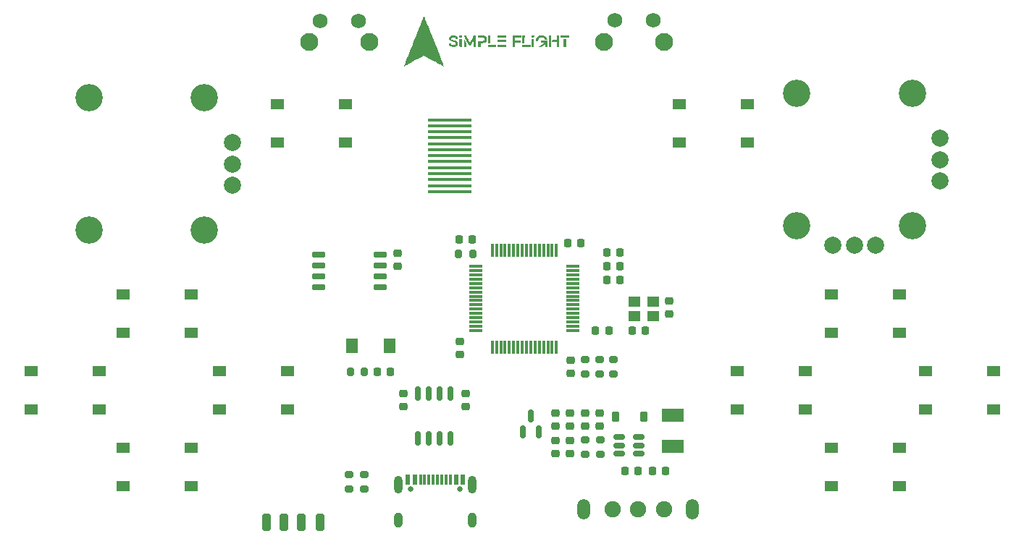
<source format=gbr>
%TF.GenerationSoftware,KiCad,Pcbnew,7.0.5*%
%TF.CreationDate,2023-11-02T21:43:45+08:00*%
%TF.ProjectId,___,65a7682e-6b69-4636-9164-5f7063625858,rev?*%
%TF.SameCoordinates,Original*%
%TF.FileFunction,Soldermask,Top*%
%TF.FilePolarity,Negative*%
%FSLAX46Y46*%
G04 Gerber Fmt 4.6, Leading zero omitted, Abs format (unit mm)*
G04 Created by KiCad (PCBNEW 7.0.5) date 2023-11-02 21:43:45*
%MOMM*%
%LPD*%
G01*
G04 APERTURE LIST*
G04 Aperture macros list*
%AMRoundRect*
0 Rectangle with rounded corners*
0 $1 Rounding radius*
0 $2 $3 $4 $5 $6 $7 $8 $9 X,Y pos of 4 corners*
0 Add a 4 corners polygon primitive as box body*
4,1,4,$2,$3,$4,$5,$6,$7,$8,$9,$2,$3,0*
0 Add four circle primitives for the rounded corners*
1,1,$1+$1,$2,$3*
1,1,$1+$1,$4,$5*
1,1,$1+$1,$6,$7*
1,1,$1+$1,$8,$9*
0 Add four rect primitives between the rounded corners*
20,1,$1+$1,$2,$3,$4,$5,0*
20,1,$1+$1,$4,$5,$6,$7,0*
20,1,$1+$1,$6,$7,$8,$9,0*
20,1,$1+$1,$8,$9,$2,$3,0*%
G04 Aperture macros list end*
%ADD10RoundRect,0.225000X-0.250000X0.225000X-0.250000X-0.225000X0.250000X-0.225000X0.250000X0.225000X0*%
%ADD11RoundRect,0.150000X-0.650000X-0.150000X0.650000X-0.150000X0.650000X0.150000X-0.650000X0.150000X0*%
%ADD12RoundRect,0.075000X0.700000X0.075000X-0.700000X0.075000X-0.700000X-0.075000X0.700000X-0.075000X0*%
%ADD13RoundRect,0.075000X0.075000X0.700000X-0.075000X0.700000X-0.075000X-0.700000X0.075000X-0.700000X0*%
%ADD14RoundRect,0.150000X-0.512500X-0.150000X0.512500X-0.150000X0.512500X0.150000X-0.512500X0.150000X0*%
%ADD15RoundRect,0.225000X0.225000X0.250000X-0.225000X0.250000X-0.225000X-0.250000X0.225000X-0.250000X0*%
%ADD16RoundRect,0.250000X0.250000X0.750000X-0.250000X0.750000X-0.250000X-0.750000X0.250000X-0.750000X0*%
%ADD17R,1.400000X1.200000*%
%ADD18R,1.550000X1.300000*%
%ADD19C,1.900000*%
%ADD20O,1.500000X2.400000*%
%ADD21RoundRect,0.200000X0.275000X-0.200000X0.275000X0.200000X-0.275000X0.200000X-0.275000X-0.200000X0*%
%ADD22R,2.500000X1.500000*%
%ADD23O,1.000000X1.800000*%
%ADD24O,1.000000X2.100000*%
%ADD25R,0.600000X1.240000*%
%ADD26R,0.300000X1.240000*%
%ADD27C,0.650000*%
%ADD28RoundRect,0.200000X-0.275000X0.200000X-0.275000X-0.200000X0.275000X-0.200000X0.275000X0.200000X0*%
%ADD29RoundRect,0.225000X-0.225000X-0.375000X0.225000X-0.375000X0.225000X0.375000X-0.225000X0.375000X0*%
%ADD30RoundRect,0.150000X0.150000X-0.675000X0.150000X0.675000X-0.150000X0.675000X-0.150000X-0.675000X0*%
%ADD31RoundRect,0.225000X0.250000X-0.225000X0.250000X0.225000X-0.250000X0.225000X-0.250000X-0.225000X0*%
%ADD32RoundRect,0.225000X-0.225000X-0.250000X0.225000X-0.250000X0.225000X0.250000X-0.225000X0.250000X0*%
%ADD33R,1.350000X1.800000*%
%ADD34C,1.750000*%
%ADD35C,2.100000*%
%ADD36RoundRect,0.200000X0.200000X0.275000X-0.200000X0.275000X-0.200000X-0.275000X0.200000X-0.275000X0*%
%ADD37RoundRect,0.218750X0.218750X0.256250X-0.218750X0.256250X-0.218750X-0.256250X0.218750X-0.256250X0*%
%ADD38RoundRect,0.150000X0.150000X-0.587500X0.150000X0.587500X-0.150000X0.587500X-0.150000X-0.587500X0*%
%ADD39R,5.055000X0.350000*%
%ADD40C,2.000000*%
%ADD41C,3.200000*%
%ADD42RoundRect,0.200000X-0.200000X-0.275000X0.200000X-0.275000X0.200000X0.275000X-0.200000X0.275000X0*%
G04 APERTURE END LIST*
%TO.C,G\u002A\u002A\u002A*%
G36*
X144089583Y-68836435D02*
G01*
X144089583Y-68947838D01*
X143950329Y-68947838D01*
X143811075Y-68947838D01*
X143811075Y-68836435D01*
X143811075Y-68725031D01*
X143950329Y-68725031D01*
X144089583Y-68725031D01*
X144089583Y-68836435D01*
G37*
G36*
X147431689Y-69198496D02*
G01*
X147431689Y-69671961D01*
X147292434Y-69671961D01*
X147153180Y-69671961D01*
X147153180Y-69198496D01*
X147153180Y-68725031D01*
X147292434Y-68725031D01*
X147431689Y-68725031D01*
X147431689Y-69198496D01*
G37*
G36*
X148127961Y-69922619D02*
G01*
X148127961Y-70061873D01*
X147640570Y-70061873D01*
X147153180Y-70061873D01*
X147153180Y-69922619D01*
X147153180Y-69783365D01*
X147640570Y-69783365D01*
X148127961Y-69783365D01*
X148127961Y-69922619D01*
G37*
G36*
X149241996Y-68850360D02*
G01*
X149241996Y-68975689D01*
X148754605Y-68975689D01*
X148267215Y-68975689D01*
X148267215Y-68850360D01*
X148267215Y-68725031D01*
X148754605Y-68725031D01*
X149241996Y-68725031D01*
X149241996Y-68850360D01*
G37*
G36*
X149241996Y-69379527D02*
G01*
X149241996Y-69504856D01*
X148754605Y-69504856D01*
X148267215Y-69504856D01*
X148267215Y-69379527D01*
X148267215Y-69254198D01*
X148754605Y-69254198D01*
X149241996Y-69254198D01*
X149241996Y-69379527D01*
G37*
G36*
X149241996Y-69922619D02*
G01*
X149241996Y-70061873D01*
X148754605Y-70061873D01*
X148267215Y-70061873D01*
X148267215Y-69922619D01*
X148267215Y-69783365D01*
X148754605Y-69783365D01*
X149241996Y-69783365D01*
X149241996Y-69922619D01*
G37*
G36*
X151435926Y-69191533D02*
G01*
X151428290Y-69658036D01*
X151295998Y-69666524D01*
X151163706Y-69675013D01*
X151163706Y-69200022D01*
X151163706Y-68725031D01*
X151303634Y-68725031D01*
X151443562Y-68725031D01*
X151435926Y-69191533D01*
G37*
G36*
X151644134Y-69789670D02*
G01*
X152124562Y-69797290D01*
X152133050Y-69929582D01*
X152141539Y-70061873D01*
X151652623Y-70061873D01*
X151163706Y-70061873D01*
X151163706Y-69921961D01*
X151163706Y-69782049D01*
X151644134Y-69789670D01*
G37*
G36*
X152528399Y-69588408D02*
G01*
X152528399Y-70061873D01*
X152403070Y-70061873D01*
X152277741Y-70061873D01*
X152277741Y-69588408D01*
X152277741Y-69114943D01*
X152403070Y-69114943D01*
X152528399Y-69114943D01*
X152528399Y-69588408D01*
G37*
G36*
X154561513Y-69393452D02*
G01*
X154561513Y-70061873D01*
X154422259Y-70061873D01*
X154283004Y-70061873D01*
X154283004Y-69393452D01*
X154283004Y-68725031D01*
X154422259Y-68725031D01*
X154561513Y-68725031D01*
X154561513Y-69393452D01*
G37*
G36*
X156281995Y-69595371D02*
G01*
X156274342Y-70047948D01*
X156142051Y-70056437D01*
X156009759Y-70064925D01*
X156009759Y-69603860D01*
X156009759Y-69142794D01*
X156149703Y-69142794D01*
X156289647Y-69142794D01*
X156281995Y-69595371D01*
G37*
G36*
X156678180Y-68850360D02*
G01*
X156678180Y-68975689D01*
X156149013Y-68975689D01*
X155619847Y-68975689D01*
X155619847Y-68850360D01*
X155619847Y-68725031D01*
X156149013Y-68725031D01*
X156678180Y-68725031D01*
X156678180Y-68850360D01*
G37*
G36*
X152549955Y-68829472D02*
G01*
X152541028Y-68892816D01*
X152519657Y-68924606D01*
X152469896Y-68937602D01*
X152408825Y-68942401D01*
X152277741Y-68950890D01*
X152277741Y-68837961D01*
X152277741Y-68725031D01*
X152418871Y-68725031D01*
X152560001Y-68725031D01*
X152549955Y-68829472D01*
G37*
G36*
X144089583Y-69588408D02*
G01*
X144089583Y-70061873D01*
X143968896Y-70061873D01*
X143890743Y-70057923D01*
X143838284Y-70048006D01*
X143829642Y-70043306D01*
X143823407Y-70010525D01*
X143818063Y-69931778D01*
X143813992Y-69816801D01*
X143811577Y-69675327D01*
X143811075Y-69569841D01*
X143811075Y-69114943D01*
X143950329Y-69114943D01*
X144089583Y-69114943D01*
X144089583Y-69588408D01*
G37*
G36*
X155480592Y-69393452D02*
G01*
X155480592Y-70061873D01*
X155355263Y-70061873D01*
X155229934Y-70061873D01*
X155229934Y-69769439D01*
X155229934Y-69477005D01*
X154935899Y-69477005D01*
X154641863Y-69477005D01*
X154650427Y-69358639D01*
X154658991Y-69240272D01*
X154944463Y-69232335D01*
X155229934Y-69224398D01*
X155229934Y-68974715D01*
X155229934Y-68725031D01*
X155355263Y-68725031D01*
X155480592Y-68725031D01*
X155480592Y-69393452D01*
G37*
G36*
X144371525Y-69110237D02*
G01*
X144407331Y-69172179D01*
X144454934Y-69261678D01*
X144479185Y-69309281D01*
X144531763Y-69417023D01*
X144564583Y-69499149D01*
X144582285Y-69575906D01*
X144589510Y-69667542D01*
X144590899Y-69794304D01*
X144590899Y-69796672D01*
X144590899Y-70061873D01*
X144465570Y-70061873D01*
X144340241Y-70061873D01*
X144340241Y-69574483D01*
X144340978Y-69416706D01*
X144343021Y-69280220D01*
X144346123Y-69173938D01*
X144350033Y-69106773D01*
X144353856Y-69087093D01*
X144371525Y-69110237D01*
G37*
G36*
X151024452Y-68850360D02*
G01*
X151024452Y-68975689D01*
X150662390Y-68975689D01*
X150300329Y-68975689D01*
X150300329Y-69128869D01*
X150300329Y-69282049D01*
X150620614Y-69282049D01*
X150940899Y-69282049D01*
X150940899Y-69407378D01*
X150940899Y-69532707D01*
X150620614Y-69532707D01*
X150300329Y-69532707D01*
X150300329Y-69797290D01*
X150300329Y-70061873D01*
X150179642Y-70061873D01*
X150101488Y-70057923D01*
X150049030Y-70048006D01*
X150040388Y-70043306D01*
X150035127Y-70011316D01*
X150030444Y-69931641D01*
X150026563Y-69812296D01*
X150023706Y-69661298D01*
X150022096Y-69486662D01*
X150021820Y-69374885D01*
X150021820Y-68725031D01*
X150523136Y-68725031D01*
X151024452Y-68725031D01*
X151024452Y-68850360D01*
G37*
G36*
X154088048Y-69699812D02*
G01*
X154088048Y-70061873D01*
X153964109Y-70061873D01*
X153840170Y-70061873D01*
X153831818Y-69907880D01*
X153823465Y-69753886D01*
X153610167Y-69907880D01*
X153507702Y-69980299D01*
X153433892Y-70025546D01*
X153372914Y-70049982D01*
X153308946Y-70059970D01*
X153227217Y-70061873D01*
X153138531Y-70058759D01*
X153077518Y-70050654D01*
X153058602Y-70040985D01*
X153080518Y-70018360D01*
X153140134Y-69970131D01*
X153229406Y-69902476D01*
X153340292Y-69821578D01*
X153393876Y-69783365D01*
X153728113Y-69546632D01*
X153546019Y-69538397D01*
X153363926Y-69530162D01*
X153363926Y-69433956D01*
X153363926Y-69337750D01*
X153725987Y-69337750D01*
X154088048Y-69337750D01*
X154088048Y-69699812D01*
G37*
G36*
X153639161Y-68733984D02*
G01*
X153792619Y-68784739D01*
X153917327Y-68873264D01*
X153940502Y-68896769D01*
X153988068Y-68960121D01*
X154031121Y-69037483D01*
X154062010Y-69111848D01*
X154073086Y-69166212D01*
X154068377Y-69181033D01*
X154031961Y-69191834D01*
X153961623Y-69197967D01*
X153932123Y-69198496D01*
X153848808Y-69191673D01*
X153794455Y-69162902D01*
X153751594Y-69111792D01*
X153652018Y-69016894D01*
X153525073Y-68962571D01*
X153384520Y-68951834D01*
X153244119Y-68987694D01*
X153225226Y-68996621D01*
X153129591Y-69066417D01*
X153052852Y-69162183D01*
X153008125Y-69265281D01*
X153001864Y-69314018D01*
X152998558Y-69360760D01*
X152979154Y-69384260D01*
X152929421Y-69392495D01*
X152860162Y-69393452D01*
X152718459Y-69393452D01*
X152738170Y-69275086D01*
X152793457Y-69085087D01*
X152888836Y-68933337D01*
X153022874Y-68820962D01*
X153194136Y-68749087D01*
X153401189Y-68718836D01*
X153448367Y-68717877D01*
X153639161Y-68733984D01*
G37*
G36*
X146296765Y-68725338D02*
G01*
X146475769Y-68727675D01*
X146610017Y-68735734D01*
X146710347Y-68751744D01*
X146787596Y-68777936D01*
X146852602Y-68816540D01*
X146891568Y-68847736D01*
X146955357Y-68911213D01*
X146989078Y-68975212D01*
X147005477Y-69065516D01*
X147007086Y-69081412D01*
X147002467Y-69247382D01*
X146957435Y-69389803D01*
X146875592Y-69499580D01*
X146826848Y-69536444D01*
X146743652Y-69575088D01*
X146636215Y-69598937D01*
X146509551Y-69610695D01*
X146292019Y-69623288D01*
X146283948Y-69835618D01*
X146275877Y-70047948D01*
X146143586Y-70056437D01*
X146011294Y-70064925D01*
X146011294Y-69715263D01*
X146011294Y-69365601D01*
X146316569Y-69365601D01*
X146452758Y-69364661D01*
X146544936Y-69360531D01*
X146604782Y-69351243D01*
X146643974Y-69334834D01*
X146674190Y-69309335D01*
X146678630Y-69304648D01*
X146725208Y-69223136D01*
X146734263Y-69132397D01*
X146706153Y-69052344D01*
X146673518Y-69019045D01*
X146627064Y-68997855D01*
X146553680Y-68984371D01*
X146443360Y-68977396D01*
X146311457Y-68975689D01*
X146011294Y-68975689D01*
X146011294Y-68850360D01*
X146011294Y-68725031D01*
X146296765Y-68725338D01*
G37*
G36*
X145760636Y-69393452D02*
G01*
X145760636Y-70061873D01*
X145635307Y-70061873D01*
X145509978Y-70061873D01*
X145509515Y-69637147D01*
X145509052Y-69212422D01*
X145320215Y-69546632D01*
X145244367Y-69679850D01*
X145189168Y-69771960D01*
X145148199Y-69830535D01*
X145115040Y-69863149D01*
X145083274Y-69877376D01*
X145046480Y-69880790D01*
X145036972Y-69880843D01*
X145005717Y-69879774D01*
X144978665Y-69872543D01*
X144951544Y-69853116D01*
X144920083Y-69815457D01*
X144880010Y-69753532D01*
X144827052Y-69661304D01*
X144756938Y-69532739D01*
X144665396Y-69361801D01*
X144652553Y-69337750D01*
X144567335Y-69177803D01*
X144490730Y-69033328D01*
X144426736Y-68911923D01*
X144379352Y-68821185D01*
X144352575Y-68768710D01*
X144348410Y-68759845D01*
X144356945Y-68738002D01*
X144409532Y-68727100D01*
X144476516Y-68725031D01*
X144556935Y-68729012D01*
X144608500Y-68739210D01*
X144618750Y-68747601D01*
X144631177Y-68775786D01*
X144664845Y-68842701D01*
X144714329Y-68938167D01*
X144774209Y-69052008D01*
X144839062Y-69174046D01*
X144903466Y-69294105D01*
X144961999Y-69402006D01*
X145009237Y-69487573D01*
X145039759Y-69540628D01*
X145047471Y-69552279D01*
X145061487Y-69530922D01*
X145097198Y-69468202D01*
X145150251Y-69371994D01*
X145216294Y-69250171D01*
X145274251Y-69142010D01*
X145496053Y-68726094D01*
X145628344Y-68725562D01*
X145760636Y-68725031D01*
X145760636Y-69393452D01*
G37*
G36*
X143284559Y-68732436D02*
G01*
X143402227Y-68767564D01*
X143412705Y-68772687D01*
X143515691Y-68846888D01*
X143595149Y-68944144D01*
X143639033Y-69047864D01*
X143643969Y-69091211D01*
X143639940Y-69140139D01*
X143617782Y-69163280D01*
X143562391Y-69170236D01*
X143519014Y-69170645D01*
X143439616Y-69166836D01*
X143395196Y-69147431D01*
X143365152Y-69100461D01*
X143354016Y-69074808D01*
X143312082Y-69004289D01*
X143247839Y-68963452D01*
X143201506Y-68948686D01*
X143077143Y-68930852D01*
X142973166Y-68945619D01*
X142899310Y-68989314D01*
X142865310Y-69058265D01*
X142864145Y-69075935D01*
X142886134Y-69141001D01*
X142954518Y-69197266D01*
X143072920Y-69247134D01*
X143160920Y-69272769D01*
X143353851Y-69335385D01*
X143495129Y-69410269D01*
X143587991Y-69500199D01*
X143635671Y-69607954D01*
X143643969Y-69687506D01*
X143617636Y-69814272D01*
X143544540Y-69925676D01*
X143433540Y-70009381D01*
X143402469Y-70023884D01*
X143293700Y-70051365D01*
X143155994Y-70061538D01*
X143011052Y-70055130D01*
X142880575Y-70032870D01*
X142800297Y-70003668D01*
X142697480Y-69926316D01*
X142622460Y-69824702D01*
X142587044Y-69715928D01*
X142585740Y-69692849D01*
X142589995Y-69645647D01*
X142612970Y-69623320D01*
X142669724Y-69616629D01*
X142710591Y-69616259D01*
X142789964Y-69620054D01*
X142834386Y-69639471D01*
X142864493Y-69686558D01*
X142875861Y-69712746D01*
X142918681Y-69783429D01*
X142981815Y-69823201D01*
X143077326Y-69837032D01*
X143169954Y-69833936D01*
X143262772Y-69816928D01*
X143324987Y-69775408D01*
X143346036Y-69750145D01*
X143381019Y-69679582D01*
X143370575Y-69618551D01*
X143311921Y-69564024D01*
X143202276Y-69512972D01*
X143096418Y-69478477D01*
X142901811Y-69412916D01*
X142758171Y-69343268D01*
X142660765Y-69265682D01*
X142604860Y-69176305D01*
X142585721Y-69071287D01*
X142585636Y-69062876D01*
X142609814Y-68972043D01*
X142673398Y-68878965D01*
X142762960Y-68799046D01*
X142858574Y-68749772D01*
X142990089Y-68722603D01*
X143139632Y-68717137D01*
X143284559Y-68732436D01*
G37*
G36*
X139673814Y-66480895D02*
G01*
X139706352Y-66549240D01*
X139755535Y-66660571D01*
X139819509Y-66810457D01*
X139896422Y-66994465D01*
X139984419Y-67208165D01*
X140081647Y-67447125D01*
X140186252Y-67706911D01*
X140288768Y-67963917D01*
X140423019Y-68301946D01*
X140570743Y-68673842D01*
X140727042Y-69067280D01*
X140887021Y-69469936D01*
X141045781Y-69869485D01*
X141198426Y-70253602D01*
X141340059Y-70609963D01*
X141459775Y-70911127D01*
X141565297Y-71177099D01*
X141664092Y-71427166D01*
X141754328Y-71656618D01*
X141834172Y-71860744D01*
X141901791Y-72034832D01*
X141955353Y-72174172D01*
X141993025Y-72274051D01*
X142012973Y-72329760D01*
X142015666Y-72340031D01*
X141989363Y-72330945D01*
X141924561Y-72299682D01*
X141831343Y-72251306D01*
X141732317Y-72197775D01*
X141642211Y-72148656D01*
X141510839Y-72077608D01*
X141346103Y-71988877D01*
X141155906Y-71886710D01*
X140948149Y-71775351D01*
X140730736Y-71659048D01*
X140559558Y-71567644D01*
X139661440Y-71088475D01*
X139403747Y-71226361D01*
X139000089Y-71442399D01*
X138641711Y-71634310D01*
X138329157Y-71801801D01*
X138062973Y-71944579D01*
X137843705Y-72062351D01*
X137671898Y-72154825D01*
X137548098Y-72221708D01*
X137472850Y-72262707D01*
X137468037Y-72265361D01*
X137391487Y-72303598D01*
X137338557Y-72322305D01*
X137321820Y-72318977D01*
X137332563Y-72277282D01*
X137358889Y-72210711D01*
X137363527Y-72200373D01*
X137380948Y-72158851D01*
X137417000Y-72070219D01*
X137469812Y-71939157D01*
X137537513Y-71770347D01*
X137618231Y-71568471D01*
X137710095Y-71338208D01*
X137811235Y-71084241D01*
X137919778Y-70811250D01*
X138033854Y-70523916D01*
X138056942Y-70465711D01*
X138188897Y-70133019D01*
X138328984Y-69779852D01*
X138473377Y-69415853D01*
X138618251Y-69050666D01*
X138759780Y-68693933D01*
X138894139Y-68355297D01*
X139017501Y-68044401D01*
X139126042Y-67770888D01*
X139172919Y-67652772D01*
X139269104Y-67411159D01*
X139359541Y-67185385D01*
X139442067Y-66980748D01*
X139514518Y-66802548D01*
X139574732Y-66656084D01*
X139620547Y-66546654D01*
X139649799Y-66479558D01*
X139659774Y-66459970D01*
X139673814Y-66480895D01*
G37*
%TD*%
D10*
%TO.C,C4*%
X156800000Y-106725000D03*
X156800000Y-108275000D03*
%TD*%
D11*
%TO.C,U6*%
X127350000Y-94345000D03*
X127350000Y-95615000D03*
X127350000Y-96885000D03*
X127350000Y-98155000D03*
X134550000Y-98155000D03*
X134550000Y-96885000D03*
X134550000Y-95615000D03*
X134550000Y-94345000D03*
%TD*%
D12*
%TO.C,U3*%
X157075000Y-103250000D03*
X157075000Y-102750000D03*
X157075000Y-102250000D03*
X157075000Y-101750000D03*
X157075000Y-101250000D03*
X157075000Y-100750000D03*
X157075000Y-100250000D03*
X157075000Y-99750000D03*
X157075000Y-99250000D03*
X157075000Y-98750000D03*
X157075000Y-98250000D03*
X157075000Y-97750000D03*
X157075000Y-97250000D03*
X157075000Y-96750000D03*
X157075000Y-96250000D03*
X157075000Y-95750000D03*
D13*
X155150000Y-93825000D03*
X154650000Y-93825000D03*
X154150000Y-93825000D03*
X153650000Y-93825000D03*
X153150000Y-93825000D03*
X152650000Y-93825000D03*
X152150000Y-93825000D03*
X151650000Y-93825000D03*
X151150000Y-93825000D03*
X150650000Y-93825000D03*
X150150000Y-93825000D03*
X149650000Y-93825000D03*
X149150000Y-93825000D03*
X148650000Y-93825000D03*
X148150000Y-93825000D03*
X147650000Y-93825000D03*
D12*
X145725000Y-95750000D03*
X145725000Y-96250000D03*
X145725000Y-96750000D03*
X145725000Y-97250000D03*
X145725000Y-97750000D03*
X145725000Y-98250000D03*
X145725000Y-98750000D03*
X145725000Y-99250000D03*
X145725000Y-99750000D03*
X145725000Y-100250000D03*
X145725000Y-100750000D03*
X145725000Y-101250000D03*
X145725000Y-101750000D03*
X145725000Y-102250000D03*
X145725000Y-102750000D03*
X145725000Y-103250000D03*
D13*
X147650000Y-105175000D03*
X148150000Y-105175000D03*
X148650000Y-105175000D03*
X149150000Y-105175000D03*
X149650000Y-105175000D03*
X150150000Y-105175000D03*
X150650000Y-105175000D03*
X151150000Y-105175000D03*
X151650000Y-105175000D03*
X152150000Y-105175000D03*
X152650000Y-105175000D03*
X153150000Y-105175000D03*
X153650000Y-105175000D03*
X154150000Y-105175000D03*
X154650000Y-105175000D03*
X155150000Y-105175000D03*
%TD*%
D14*
%TO.C,U1*%
X162500000Y-115750000D03*
X162500000Y-116700000D03*
X162500000Y-117650000D03*
X164775000Y-117650000D03*
X164775000Y-116700000D03*
X164775000Y-115750000D03*
%TD*%
D15*
%TO.C,C1*%
X145325000Y-92600000D03*
X143775000Y-92600000D03*
%TD*%
D16*
%TO.C,J3*%
X127518334Y-125725000D03*
%TD*%
D17*
%TO.C,Y1*%
X166500000Y-99900000D03*
X164300000Y-99900000D03*
X164300000Y-101600000D03*
X166500000Y-101600000D03*
%TD*%
D18*
%TO.C,SW11*%
X169550000Y-76750000D03*
X177500000Y-76750000D03*
X169550000Y-81250000D03*
X177500000Y-81250000D03*
%TD*%
D19*
%TO.C,SW1*%
X161700000Y-124200000D03*
X164700000Y-124200000D03*
X167700000Y-124200000D03*
D20*
X171050000Y-124200000D03*
X158350000Y-124200000D03*
%TD*%
D21*
%TO.C,R4*%
X161775000Y-108325000D03*
X161775000Y-106675000D03*
%TD*%
D15*
%TO.C,C17*%
X165575000Y-103300000D03*
X164025000Y-103300000D03*
%TD*%
D22*
%TO.C,L1*%
X168737500Y-113150000D03*
X168737500Y-116850000D03*
%TD*%
D10*
%TO.C,C9*%
X155050000Y-112925000D03*
X155050000Y-114475000D03*
%TD*%
D23*
%TO.C,J7*%
X145320000Y-125475000D03*
D24*
X145320000Y-121275000D03*
D23*
X136680000Y-125475000D03*
D24*
X136680000Y-121275000D03*
D25*
X137800000Y-120675000D03*
X138600000Y-120675000D03*
D26*
X139250000Y-120675000D03*
X140250000Y-120675000D03*
X141750000Y-120675000D03*
X142750000Y-120675000D03*
D25*
X143400000Y-120675000D03*
X144200000Y-120675000D03*
X144200000Y-120675000D03*
X143400000Y-120675000D03*
D26*
X142250000Y-120675000D03*
X141250000Y-120675000D03*
X140750000Y-120675000D03*
X139750000Y-120675000D03*
D25*
X138600000Y-120675000D03*
X137800000Y-120675000D03*
D27*
X143890000Y-121795000D03*
X138110000Y-121795000D03*
%TD*%
D10*
%TO.C,C13*%
X160237500Y-112925000D03*
X160237500Y-114475000D03*
%TD*%
D28*
%TO.C,R6*%
X158500000Y-106675000D03*
X158500000Y-108325000D03*
%TD*%
D29*
%TO.C,D1*%
X162087500Y-113300000D03*
X165387500Y-113300000D03*
%TD*%
D18*
%TO.C,SW10*%
X198275000Y-108000000D03*
X206225000Y-108000000D03*
X198275000Y-112500000D03*
X206225000Y-112500000D03*
%TD*%
D30*
%TO.C,U7*%
X138962500Y-115875000D03*
X140232500Y-115875000D03*
X141502500Y-115875000D03*
X142772500Y-115875000D03*
X142772500Y-110625000D03*
X141502500Y-110625000D03*
X140232500Y-110625000D03*
X138962500Y-110625000D03*
%TD*%
D31*
%TO.C,C21*%
X137225000Y-112175000D03*
X137225000Y-110625000D03*
%TD*%
D32*
%TO.C,C10*%
X161025000Y-97300000D03*
X162575000Y-97300000D03*
%TD*%
D18*
%TO.C,SW3*%
X104525000Y-99000000D03*
X112475000Y-99000000D03*
X104525000Y-103500000D03*
X112475000Y-103500000D03*
%TD*%
D33*
%TO.C,RESET*%
X135650000Y-105050000D03*
X131250000Y-105050000D03*
%TD*%
D34*
%TO.C,SW13*%
X132000000Y-67000000D03*
X127500000Y-67000000D03*
D35*
X133260000Y-69490000D03*
X126250000Y-69490000D03*
%TD*%
D21*
%TO.C,R10*%
X130900000Y-121800000D03*
X130900000Y-120150000D03*
%TD*%
D15*
%TO.C,C6*%
X164712500Y-119700000D03*
X163162500Y-119700000D03*
%TD*%
D36*
%TO.C,R8*%
X145375000Y-94300000D03*
X143725000Y-94300000D03*
%TD*%
D37*
%TO.C,L2*%
X162587500Y-94100000D03*
X161012500Y-94100000D03*
%TD*%
D16*
%TO.C,J5*%
X123261667Y-125725000D03*
%TD*%
D21*
%TO.C,R9*%
X132700000Y-121775000D03*
X132700000Y-120125000D03*
%TD*%
D10*
%TO.C,C19*%
X136550000Y-94175000D03*
X136550000Y-95725000D03*
%TD*%
D18*
%TO.C,SW9*%
X184225000Y-112500000D03*
X176275000Y-112500000D03*
X184225000Y-108000000D03*
X176275000Y-108000000D03*
%TD*%
D10*
%TO.C,C8*%
X156750000Y-112925000D03*
X156750000Y-114475000D03*
%TD*%
D28*
%TO.C,R1*%
X160250000Y-116075000D03*
X160250000Y-117725000D03*
%TD*%
D18*
%TO.C,SW6*%
X104525000Y-117000000D03*
X112475000Y-117000000D03*
X104525000Y-121500000D03*
X112475000Y-121500000D03*
%TD*%
D32*
%TO.C,C12*%
X134225000Y-108050000D03*
X135775000Y-108050000D03*
%TD*%
D10*
%TO.C,C16*%
X156750000Y-116150000D03*
X156750000Y-117700000D03*
%TD*%
%TO.C,C22*%
X144550000Y-110625000D03*
X144550000Y-112175000D03*
%TD*%
D31*
%TO.C,C18*%
X168350000Y-101325000D03*
X168350000Y-99775000D03*
%TD*%
D38*
%TO.C,U4*%
X151200000Y-115137500D03*
X153100000Y-115137500D03*
X152150000Y-113262500D03*
%TD*%
D32*
%TO.C,C7*%
X166387500Y-119700000D03*
X167937500Y-119700000D03*
%TD*%
D34*
%TO.C,SW14*%
X166475000Y-66962500D03*
X161975000Y-66962500D03*
D35*
X167735000Y-69452500D03*
X160725000Y-69452500D03*
%TD*%
D18*
%TO.C,SW7*%
X187275000Y-99000000D03*
X195225000Y-99000000D03*
X187275000Y-103500000D03*
X195225000Y-103500000D03*
%TD*%
D32*
%TO.C,C5*%
X156450000Y-93000000D03*
X158000000Y-93000000D03*
%TD*%
D39*
%TO.C,U2*%
X142655000Y-86990000D03*
X142655000Y-86290000D03*
X142655000Y-85590000D03*
X142655000Y-84890000D03*
X142655000Y-84190000D03*
X142655000Y-83490000D03*
X142655000Y-82790000D03*
X142655000Y-82090000D03*
X142655000Y-81390000D03*
X142655000Y-80690000D03*
X142655000Y-79990000D03*
X142655000Y-79290000D03*
X142655000Y-78590000D03*
%TD*%
D32*
%TO.C,C3*%
X159725000Y-103300000D03*
X161275000Y-103300000D03*
%TD*%
D18*
%TO.C,SW4*%
X93725000Y-108000000D03*
X101675000Y-108000000D03*
X93725000Y-112500000D03*
X101675000Y-112500000D03*
%TD*%
D40*
%TO.C,U9*%
X117250000Y-81250000D03*
X117250000Y-83750000D03*
X117250000Y-86250000D03*
D41*
X100500000Y-76000000D03*
X100500000Y-91500000D03*
X114000000Y-76000000D03*
X114000000Y-91500000D03*
%TD*%
D18*
%TO.C,SW5*%
X115725000Y-108000000D03*
X123675000Y-108000000D03*
X115725000Y-112500000D03*
X123675000Y-112500000D03*
%TD*%
D16*
%TO.C,J4*%
X125300000Y-125725000D03*
%TD*%
D10*
%TO.C,C15*%
X155050000Y-116150000D03*
X155050000Y-117700000D03*
%TD*%
%TO.C,C2*%
X143900000Y-104525000D03*
X143900000Y-106075000D03*
%TD*%
%TO.C,C14*%
X158537500Y-112900000D03*
X158537500Y-114450000D03*
%TD*%
D18*
%TO.C,SW12*%
X130475000Y-81250000D03*
X122525000Y-81250000D03*
X130475000Y-76750000D03*
X122525000Y-76750000D03*
%TD*%
D16*
%TO.C,J6*%
X121223334Y-125725000D03*
%TD*%
D42*
%TO.C,R5*%
X131050000Y-108050000D03*
X132700000Y-108050000D03*
%TD*%
D21*
%TO.C,R3*%
X158537500Y-117725000D03*
X158537500Y-116075000D03*
%TD*%
D32*
%TO.C,C11*%
X161025000Y-95700000D03*
X162575000Y-95700000D03*
%TD*%
D18*
%TO.C,SW8*%
X187275000Y-117000000D03*
X195225000Y-117000000D03*
X187275000Y-121500000D03*
X195225000Y-121500000D03*
%TD*%
D40*
%TO.C,U8*%
X200000000Y-80750000D03*
X200000000Y-83250000D03*
X200000000Y-85750000D03*
X187500000Y-93250000D03*
X190000000Y-93250000D03*
X192500000Y-93250000D03*
D41*
X183250000Y-75500000D03*
X183250000Y-91000000D03*
X196750000Y-75500000D03*
X196750000Y-91000000D03*
%TD*%
D28*
%TO.C,R7*%
X160175000Y-106675000D03*
X160175000Y-108325000D03*
%TD*%
M02*

</source>
